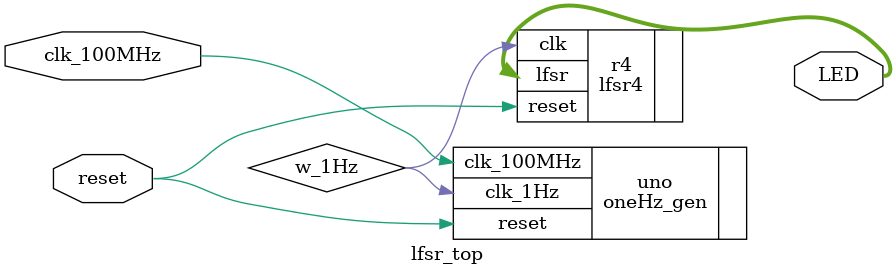
<source format=v>
`timescale 1ns / 1ps

module lfsr_top(
    input clk_100MHz,
    input reset,
    output [3:0] LED
    );
    
    wire w_1Hz;
    
    lfsr4 r4(
        .clk(w_1Hz),
        .reset(reset),
        .lfsr(LED)
    );
    
    oneHz_gen uno(
        .clk_100MHz(clk_100MHz),
        .reset(reset),
        .clk_1Hz(w_1Hz)
    );
     
endmodule

</source>
